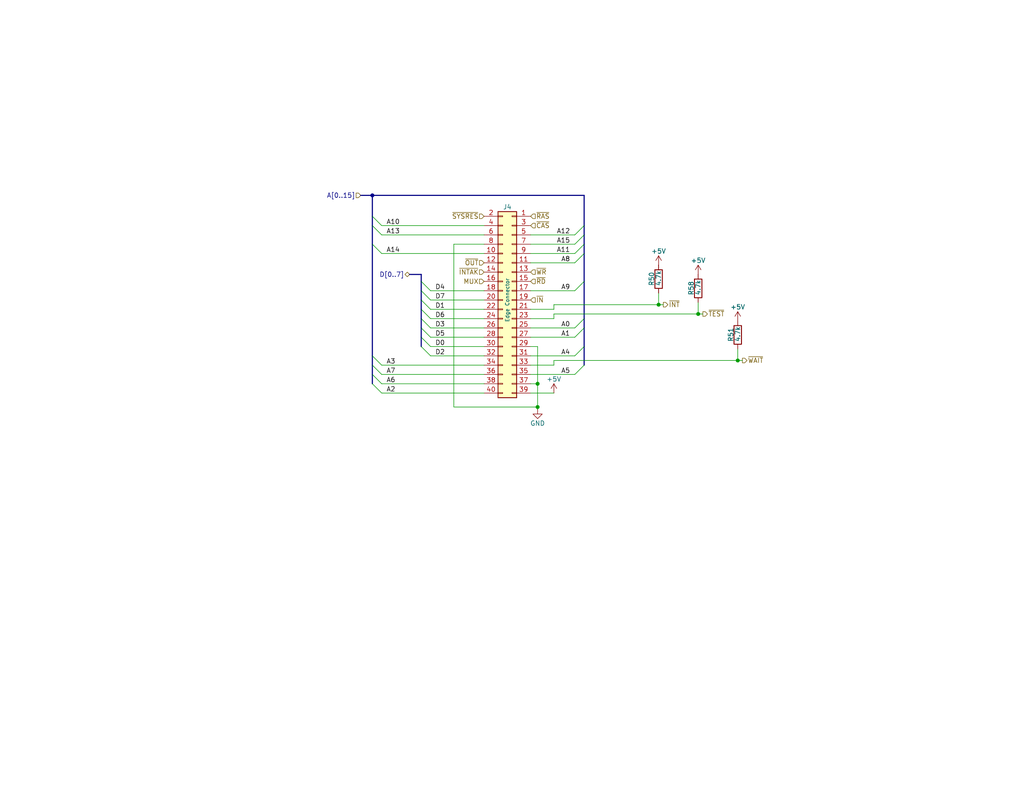
<source format=kicad_sch>
(kicad_sch (version 20231120) (generator "eeschema") (generator_version "8.0")
  (paper "USLetter")
  (title_block (title "TRS-80 Model I Rev A") (date "2024-11-20") (rev "E1A-A") (company "RetroStack - Marcel Erz") (comment 2 "Unbuffered system interface with pull-up circuity for inputs") (comment 4 "Card-Edge Interface"))
  (lib_symbols
    (symbol "Connector_Generic:Conn_02x20_Odd_Even" (pin_names (offset 1.016) hide)
      (property "Reference" "J" (at 1.27 25.4 0))
      (property "Value" "Conn_02x20_Odd_Even" (at 1.27 -27.94 0))
      (symbol "Conn_02x20_Odd_Even_1_1"
        (rectangle (start -1.27 -25.273) (end 0 -25.527) (stroke (width 0.1524)))
        (rectangle (start -1.27 -22.733) (end 0 -22.987) (stroke (width 0.1524)))
        (rectangle (start -1.27 -20.193) (end 0 -20.447) (stroke (width 0.1524)))
        (rectangle (start -1.27 -17.653) (end 0 -17.907) (stroke (width 0.1524)))
        (rectangle (start -1.27 -15.113) (end 0 -15.367) (stroke (width 0.1524)))
        (rectangle (start -1.27 -12.573) (end 0 -12.827) (stroke (width 0.1524)))
        (rectangle (start -1.27 -10.033) (end 0 -10.287) (stroke (width 0.1524)))
        (rectangle (start -1.27 -7.493) (end 0 -7.747) (stroke (width 0.1524)))
        (rectangle (start -1.27 -4.953) (end 0 -5.207) (stroke (width 0.1524)))
        (rectangle (start -1.27 -2.413) (end 0 -2.667) (stroke (width 0.1524)))
        (rectangle (start -1.27 0.127) (end 0 -0.127) (stroke (width 0.1524)))
        (rectangle (start -1.27 2.667) (end 0 2.413) (stroke (width 0.1524)))
        (rectangle (start -1.27 5.207) (end 0 4.953) (stroke (width 0.1524)))
        (rectangle (start -1.27 7.747) (end 0 7.493) (stroke (width 0.1524)))
        (rectangle (start -1.27 10.287) (end 0 10.033) (stroke (width 0.1524)))
        (rectangle (start -1.27 12.827) (end 0 12.573) (stroke (width 0.1524)))
        (rectangle (start -1.27 15.367) (end 0 15.113) (stroke (width 0.1524)))
        (rectangle (start -1.27 17.907) (end 0 17.653) (stroke (width 0.1524)))
        (rectangle (start -1.27 20.447) (end 0 20.193) (stroke (width 0.1524)))
        (rectangle (start -1.27 22.987) (end 0 22.733) (stroke (width 0.1524)))
        (rectangle (start -1.27 24.13) (end 3.81 -26.67) (stroke (width 0.254)) (fill (type background)))
        (rectangle (start 3.81 -25.273) (end 2.54 -25.527) (stroke (width 0.1524)))
        (rectangle (start 3.81 -22.733) (end 2.54 -22.987) (stroke (width 0.1524)))
        (rectangle (start 3.81 -20.193) (end 2.54 -20.447) (stroke (width 0.1524)))
        (rectangle (start 3.81 -17.653) (end 2.54 -17.907) (stroke (width 0.1524)))
        (rectangle (start 3.81 -15.113) (end 2.54 -15.367) (stroke (width 0.1524)))
        (rectangle (start 3.81 -12.573) (end 2.54 -12.827) (stroke (width 0.1524)))
        (rectangle (start 3.81 -10.033) (end 2.54 -10.287) (stroke (width 0.1524)))
        (rectangle (start 3.81 -7.493) (end 2.54 -7.747) (stroke (width 0.1524)))
        (rectangle (start 3.81 -4.953) (end 2.54 -5.207) (stroke (width 0.1524)))
        (rectangle (start 3.81 -2.413) (end 2.54 -2.667) (stroke (width 0.1524)))
        (rectangle (start 3.81 0.127) (end 2.54 -0.127) (stroke (width 0.1524)))
        (rectangle (start 3.81 2.667) (end 2.54 2.413) (stroke (width 0.1524)))
        (rectangle (start 3.81 5.207) (end 2.54 4.953) (stroke (width 0.1524)))
        (rectangle (start 3.81 7.747) (end 2.54 7.493) (stroke (width 0.1524)))
        (rectangle (start 3.81 10.287) (end 2.54 10.033) (stroke (width 0.1524)))
        (rectangle (start 3.81 12.827) (end 2.54 12.573) (stroke (width 0.1524)))
        (rectangle (start 3.81 15.367) (end 2.54 15.113) (stroke (width 0.1524)))
        (rectangle (start 3.81 17.907) (end 2.54 17.653) (stroke (width 0.1524)))
        (rectangle (start 3.81 20.447) (end 2.54 20.193) (stroke (width 0.1524)))
        (rectangle (start 3.81 22.987) (end 2.54 22.733) (stroke (width 0.1524)))
        (pin passive line (at -5.08 22.86 0) (length 3.81) (name "Pin_1") (number "1"))
        (pin passive line (at 7.62 12.7 180) (length 3.81) (name "Pin_10") (number "10"))
        (pin passive line (at -5.08 10.16 0) (length 3.81) (name "Pin_11") (number "11"))
        (pin passive line (at 7.62 10.16 180) (length 3.81) (name "Pin_12") (number "12"))
        (pin passive line (at -5.08 7.62 0) (length 3.81) (name "Pin_13") (number "13"))
        (pin passive line (at 7.62 7.62 180) (length 3.81) (name "Pin_14") (number "14"))
        (pin passive line (at -5.08 5.08 0) (length 3.81) (name "Pin_15") (number "15"))
        (pin passive line (at 7.62 5.08 180) (length 3.81) (name "Pin_16") (number "16"))
        (pin passive line (at -5.08 2.54 0) (length 3.81) (name "Pin_17") (number "17"))
        (pin passive line (at 7.62 2.54 180) (length 3.81) (name "Pin_18") (number "18"))
        (pin passive line (at -5.08 0 0) (length 3.81) (name "Pin_19") (number "19"))
        (pin passive line (at 7.62 22.86 180) (length 3.81) (name "Pin_2") (number "2"))
        (pin passive line (at 7.62 0 180) (length 3.81) (name "Pin_20") (number "20"))
        (pin passive line (at -5.08 -2.54 0) (length 3.81) (name "Pin_21") (number "21"))
        (pin passive line (at 7.62 -2.54 180) (length 3.81) (name "Pin_22") (number "22"))
        (pin passive line (at -5.08 -5.08 0) (length 3.81) (name "Pin_23") (number "23"))
        (pin passive line (at 7.62 -5.08 180) (length 3.81) (name "Pin_24") (number "24"))
        (pin passive line (at -5.08 -7.62 0) (length 3.81) (name "Pin_25") (number "25"))
        (pin passive line (at 7.62 -7.62 180) (length 3.81) (name "Pin_26") (number "26"))
        (pin passive line (at -5.08 -10.16 0) (length 3.81) (name "Pin_27") (number "27"))
        (pin passive line (at 7.62 -10.16 180) (length 3.81) (name "Pin_28") (number "28"))
        (pin passive line (at -5.08 -12.7 0) (length 3.81) (name "Pin_29") (number "29"))
        (pin passive line (at -5.08 20.32 0) (length 3.81) (name "Pin_3") (number "3"))
        (pin passive line (at 7.62 -12.7 180) (length 3.81) (name "Pin_30") (number "30"))
        (pin passive line (at -5.08 -15.24 0) (length 3.81) (name "Pin_31") (number "31"))
        (pin passive line (at 7.62 -15.24 180) (length 3.81) (name "Pin_32") (number "32"))
        (pin passive line (at -5.08 -17.78 0) (length 3.81) (name "Pin_33") (number "33"))
        (pin passive line (at 7.62 -17.78 180) (length 3.81) (name "Pin_34") (number "34"))
        (pin passive line (at -5.08 -20.32 0) (length 3.81) (name "Pin_35") (number "35"))
        (pin passive line (at 7.62 -20.32 180) (length 3.81) (name "Pin_36") (number "36"))
        (pin passive line (at -5.08 -22.86 0) (length 3.81) (name "Pin_37") (number "37"))
        (pin passive line (at 7.62 -22.86 180) (length 3.81) (name "Pin_38") (number "38"))
        (pin passive line (at -5.08 -25.4 0) (length 3.81) (name "Pin_39") (number "39"))
        (pin passive line (at 7.62 20.32 180) (length 3.81) (name "Pin_4") (number "4"))
        (pin passive line (at 7.62 -25.4 180) (length 3.81) (name "Pin_40") (number "40"))
        (pin passive line (at -5.08 17.78 0) (length 3.81) (name "Pin_5") (number "5"))
        (pin passive line (at 7.62 17.78 180) (length 3.81) (name "Pin_6") (number "6"))
        (pin passive line (at -5.08 15.24 0) (length 3.81) (name "Pin_7") (number "7"))
        (pin passive line (at 7.62 15.24 180) (length 3.81) (name "Pin_8") (number "8"))
        (pin passive line (at -5.08 12.7 0) (length 3.81) (name "Pin_9") (number "9"))
      )
    )
    (symbol "Device:R" (pin_numbers hide) (pin_names (offset 0))
      (property "Reference" "R" (at 2.032 0 90))
      (property "Value" "R" (at 0 0 90))
      (symbol "R_0_1"
        (rectangle (start -1.016 -2.54) (end 1.016 2.54) (stroke (width 0.254)))
      )
      (symbol "R_1_1"
        (pin passive line (at 0 3.81 270) (length 1.27) (name "~") (number "1"))
        (pin passive line (at 0 -3.81 90) (length 1.27) (name "~") (number "2"))
      )
    )
    (symbol "power:+5V" (power) (pin_numbers hide) (pin_names (offset 0) hide)
      (property "Value" "+5V" (at 0 3.556 0))
      (symbol "+5V_0_1"
        (polyline (pts (xy -0.762 1.27) (xy 0 2.54)))
        (polyline (pts (xy 0 0) (xy 0 2.54)))
        (polyline (pts (xy 0 2.54) (xy 0.762 1.27)))
      )
      (symbol "+5V_1_1"
        (pin power_in line (at 0 0 90) (length 0) (name "~") (number "1"))
      )
    )
    (symbol "power:GND" (power) (pin_numbers hide) (pin_names (offset 0) hide)
      (property "Value" "GND" (at 0 -3.81 0))
      (symbol "GND_0_1"
        (polyline (pts (xy 0 0) (xy 0 -1.27) (xy 1.27 -1.27) (xy 0 -2.54) (xy -1.27 -1.27) (xy 0 -1.27)))
      )
      (symbol "GND_1_1"
        (pin power_in line (at 0 0 270) (length 0) (name "~") (number "1"))
      )
    )
  )
  (junction (at 190.5 85.725))
  (junction (at 101.6 53.34))
  (junction (at 179.705 83.185))
  (junction (at 146.685 104.775))
  (junction (at 201.295 98.425))
  (junction (at 146.685 111.125))
  (bus_entry (at 117.475 89.535) (size -2.54 -2.54))
  (bus_entry (at 156.845 64.135) (size 2.54 -2.54))
  (bus_entry (at 156.845 66.675) (size 2.54 -2.54))
  (bus_entry (at 104.14 107.315) (size -2.54 -2.54))
  (bus_entry (at 104.14 99.695) (size -2.54 -2.54))
  (bus_entry (at 117.475 79.375) (size -2.54 -2.54))
  (bus_entry (at 104.14 69.215) (size -2.54 -2.54))
  (bus_entry (at 156.845 69.215) (size 2.54 -2.54))
  (bus_entry (at 117.475 97.155) (size -2.54 -2.54))
  (bus_entry (at 104.14 61.595) (size -2.54 -2.54))
  (bus_entry (at 117.475 92.075) (size -2.54 -2.54))
  (bus_entry (at 156.845 102.235) (size 2.54 -2.54))
  (bus_entry (at 104.14 64.135) (size -2.54 -2.54))
  (bus_entry (at 156.845 79.375) (size 2.54 -2.54))
  (bus_entry (at 104.14 104.775) (size -2.54 -2.54))
  (bus_entry (at 156.845 89.535) (size 2.54 -2.54))
  (bus_entry (at 117.475 86.995) (size -2.54 -2.54))
  (bus_entry (at 156.845 71.755) (size 2.54 -2.54))
  (bus_entry (at 104.14 102.235) (size -2.54 -2.54))
  (bus_entry (at 117.475 84.455) (size -2.54 -2.54))
  (bus_entry (at 117.475 94.615) (size -2.54 -2.54))
  (bus_entry (at 156.845 92.075) (size 2.54 -2.54))
  (bus_entry (at 156.845 97.155) (size 2.54 -2.54))
  (bus_entry (at 117.475 81.915) (size -2.54 -2.54))
  (wire (pts (xy 117.475 81.915) (xy 132.08 81.915)))
  (bus (pts (xy 114.935 86.995) (xy 114.935 89.535)))
  (wire (pts (xy 179.705 83.185) (xy 180.975 83.185)))
  (bus (pts (xy 159.385 69.215) (xy 159.385 76.835)))
  (wire (pts (xy 146.685 94.615) (xy 146.685 104.775)))
  (wire (pts (xy 146.685 104.775) (xy 146.685 111.125)))
  (wire (pts (xy 151.13 99.695) (xy 151.13 98.425)))
  (bus (pts (xy 159.385 53.34) (xy 159.385 61.595)))
  (wire (pts (xy 151.13 98.425) (xy 201.295 98.425)))
  (wire (pts (xy 144.78 79.375) (xy 156.845 79.375)))
  (bus (pts (xy 111.76 74.93) (xy 114.935 74.93)))
  (wire (pts (xy 104.14 102.235) (xy 132.08 102.235)))
  (wire (pts (xy 117.475 97.155) (xy 132.08 97.155)))
  (wire (pts (xy 104.14 104.775) (xy 132.08 104.775)))
  (wire (pts (xy 104.14 107.315) (xy 132.08 107.315)))
  (bus (pts (xy 159.385 86.995) (xy 159.385 89.535)))
  (wire (pts (xy 144.78 97.155) (xy 156.845 97.155)))
  (bus (pts (xy 114.935 89.535) (xy 114.935 92.075)))
  (wire (pts (xy 146.685 111.125) (xy 146.685 111.76)))
  (bus (pts (xy 101.6 66.675) (xy 101.6 97.155)))
  (bus (pts (xy 114.935 79.375) (xy 114.935 81.915)))
  (wire (pts (xy 144.78 102.235) (xy 156.845 102.235)))
  (bus (pts (xy 114.935 92.075) (xy 114.935 94.615)))
  (bus (pts (xy 101.6 99.695) (xy 101.6 102.235)))
  (wire (pts (xy 151.13 83.185) (xy 151.13 84.455)))
  (wire (pts (xy 146.685 111.125) (xy 123.825 111.125)))
  (wire (pts (xy 144.78 69.215) (xy 156.845 69.215)))
  (wire (pts (xy 179.705 83.185) (xy 179.705 80.01)))
  (bus (pts (xy 101.6 102.235) (xy 101.6 104.775)))
  (wire (pts (xy 144.78 99.695) (xy 151.13 99.695)))
  (wire (pts (xy 144.78 71.755) (xy 156.845 71.755)))
  (wire (pts (xy 144.78 104.775) (xy 146.685 104.775)))
  (wire (pts (xy 190.5 85.725) (xy 190.5 82.55)))
  (wire (pts (xy 144.78 64.135) (xy 156.845 64.135)))
  (wire (pts (xy 117.475 92.075) (xy 132.08 92.075)))
  (wire (pts (xy 151.13 83.185) (xy 179.705 83.185)))
  (wire (pts (xy 190.5 85.725) (xy 191.77 85.725)))
  (wire (pts (xy 104.14 64.135) (xy 132.08 64.135)))
  (bus (pts (xy 114.935 76.835) (xy 114.935 79.375)))
  (bus (pts (xy 159.385 89.535) (xy 159.385 94.615)))
  (wire (pts (xy 144.78 66.675) (xy 156.845 66.675)))
  (bus (pts (xy 101.6 53.34) (xy 101.6 59.055)))
  (wire (pts (xy 201.295 98.425) (xy 201.295 95.25)))
  (bus (pts (xy 159.385 94.615) (xy 159.385 99.695)))
  (bus (pts (xy 114.935 74.93) (xy 114.935 76.835)))
  (wire (pts (xy 104.14 99.695) (xy 132.08 99.695)))
  (bus (pts (xy 98.425 53.34) (xy 101.6 53.34)))
  (bus (pts (xy 114.935 81.915) (xy 114.935 84.455)))
  (wire (pts (xy 117.475 84.455) (xy 132.08 84.455)))
  (bus (pts (xy 159.385 53.34) (xy 101.6 53.34)))
  (wire (pts (xy 151.13 85.725) (xy 190.5 85.725)))
  (wire (pts (xy 144.78 107.315) (xy 151.13 107.315)))
  (bus (pts (xy 101.6 61.595) (xy 101.6 66.675)))
  (bus (pts (xy 101.6 97.155) (xy 101.6 99.695)))
  (bus (pts (xy 101.6 59.055) (xy 101.6 61.595)))
  (wire (pts (xy 104.14 69.215) (xy 132.08 69.215)))
  (wire (pts (xy 144.78 89.535) (xy 156.845 89.535)))
  (wire (pts (xy 132.08 66.675) (xy 123.825 66.675)))
  (bus (pts (xy 159.385 64.135) (xy 159.385 66.675)))
  (wire (pts (xy 117.475 94.615) (xy 132.08 94.615)))
  (wire (pts (xy 151.13 86.995) (xy 151.13 85.725)))
  (bus (pts (xy 159.385 61.595) (xy 159.385 64.135)))
  (bus (pts (xy 159.385 66.675) (xy 159.385 69.215)))
  (bus (pts (xy 159.385 76.835) (xy 159.385 86.995)))
  (wire (pts (xy 117.475 86.995) (xy 132.08 86.995)))
  (wire (pts (xy 104.14 61.595) (xy 132.08 61.595)))
  (wire (pts (xy 144.78 92.075) (xy 156.845 92.075)))
  (wire (pts (xy 151.13 84.455) (xy 144.78 84.455)))
  (wire (pts (xy 123.825 66.675) (xy 123.825 111.125)))
  (wire (pts (xy 117.475 89.535) (xy 132.08 89.535)))
  (wire (pts (xy 117.475 79.375) (xy 132.08 79.375)))
  (wire (pts (xy 201.295 98.425) (xy 202.565 98.425)))
  (bus (pts (xy 114.935 84.455) (xy 114.935 86.995)))
  (wire (pts (xy 144.78 86.995) (xy 151.13 86.995)))
  (wire (pts (xy 144.78 94.615) (xy 146.685 94.615)))
  (label "A2" (at 105.41 107.315 0))
  (label "D6" (at 118.745 86.995 0))
  (label "D5" (at 118.745 92.075 0))
  (label "A0" (at 155.575 89.535 180))
  (label "A5" (at 155.575 102.235 180))
  (label "D2" (at 118.745 97.155 0))
  (label "A11" (at 155.575 69.215 180))
  (label "A4" (at 155.575 97.155 180))
  (label "A9" (at 155.575 79.375 180))
  (label "A7" (at 105.41 102.235 0))
  (label "A12" (at 155.575 64.135 180))
  (label "D0" (at 118.745 94.615 0))
  (label "A8" (at 155.575 71.755 180))
  (label "A14" (at 105.41 69.215 0))
  (label "D4" (at 118.745 79.375 0))
  (label "A13" (at 105.41 64.135 0))
  (label "A10" (at 105.41 61.595 0))
  (label "D7" (at 118.745 81.915 0))
  (label "A6" (at 105.41 104.775 0))
  (label "D1" (at 118.745 84.455 0))
  (label "A1" (at 155.575 92.075 180))
  (label "D3" (at 118.745 89.535 0))
  (label "A15" (at 155.575 66.675 180))
  (label "A3" (at 105.41 99.695 0))
  (hierarchical_label "~{TEST}" (shape output) (at 191.77 85.725 0))
  (hierarchical_label "~{WR}" (shape input) (at 144.78 74.295 0))
  (hierarchical_label "~{RD}" (shape input) (at 144.78 76.835 0))
  (hierarchical_label "~{WAIT}" (shape output) (at 202.565 98.425 0))
  (hierarchical_label "A[0..15]" (shape input) (at 98.425 53.34 180))
  (hierarchical_label "~{INT}" (shape output) (at 180.975 83.185 0))
  (hierarchical_label "~{CAS}" (shape input) (at 144.78 61.595 0))
  (hierarchical_label "~{IN}" (shape input) (at 144.78 81.915 0))
  (hierarchical_label "~{OUT}" (shape input) (at 132.08 71.755 180))
  (hierarchical_label "~{RAS}" (shape input) (at 144.78 59.055 0))
  (hierarchical_label "MUX" (shape input) (at 132.08 76.835 180))
  (hierarchical_label "D[0..7]" (shape bidirectional) (at 111.76 74.93 180))
  (hierarchical_label "~{INTAK}" (shape input) (at 132.08 74.295 180))
  (hierarchical_label "~{SYSRES}" (shape input) (at 132.08 59.055 180))
  (symbol (lib_id "power:+5V") (at 190.5 74.93 0) (unit 1)
    (property "Reference" "#PWR07" (effects (hide yes)))
    (property "Value" "+5V" (at 190.5 71.12 0))
    (property "Description" "Power symbol creates a global label with name \"+5V\"" (effects (hide yes)))
  )
  (symbol (lib_id "Device:R") (at 190.5 78.74 0) (unit 1)
    (property "Reference" "R58" (at 188.595 80.645 90) (effects (justify left)))
    (property "Value" "4.7k" (at 190.5 80.645 90) (effects (justify left)))
    (property "Footprint" "RetroStackLibrary:TRS80_Model_I_R_0.25W" (effects (hide yes)))
  )
  (symbol (lib_id "power:+5V") (at 151.13 107.315 0) (unit 1)
    (property "Reference" "#PWR084" (effects (hide yes)))
    (property "Value" "+5V" (at 151.13 103.505 0))
    (property "Description" "Power symbol creates a global label with name \"+5V\"" (effects (hide yes)))
  )
  (symbol (lib_id "power:GND") (at 146.685 111.76 0) (unit 1)
    (property "Reference" "#PWR033" (effects (hide yes)))
    (property "Value" "GND" (at 146.685 115.57 0))
    (property "Description" "Power symbol creates a global label with name \"GND\" , ground" (effects (hide yes)))
  )
  (symbol (lib_id "Connector_Generic:Conn_02x20_Odd_Even") (at 139.7 81.915 0) (mirror y) (unit 1)
    (property "Reference" "J4" (at 138.43 56.515 0))
    (property "Value" "Edge Connector" (at 138.43 81.915 90) (effects (font (size 1 1))))
    (property "Footprint" "RetroStackLibrary:TRS80_Model_I_Edge_Connector" (effects (hide yes)))
  )
  (symbol (lib_id "power:+5V") (at 201.295 87.63 0) (unit 1)
    (property "Reference" "#PWR018" (effects (hide yes)))
    (property "Value" "+5V" (at 201.295 83.82 0))
    (property "Description" "Power symbol creates a global label with name \"+5V\"" (effects (hide yes)))
  )
  (symbol (lib_id "power:+5V") (at 179.705 72.39 0) (unit 1)
    (property "Reference" "#PWR06" (effects (hide yes)))
    (property "Value" "+5V" (at 179.705 68.58 0))
    (property "Description" "Power symbol creates a global label with name \"+5V\"" (effects (hide yes)))
  )
  (symbol (lib_id "Device:R") (at 201.295 91.44 0) (unit 1)
    (property "Reference" "R51" (at 199.39 93.345 90) (effects (justify left)))
    (property "Value" "4.7k" (at 201.295 93.345 90) (effects (justify left)))
    (property "Footprint" "RetroStackLibrary:TRS80_Model_I_R_0.25W" (effects (hide yes)))
  )
  (symbol (lib_id "Device:R") (at 179.705 76.2 0) (unit 1)
    (property "Reference" "R50" (at 177.8 78.105 90) (effects (justify left)))
    (property "Value" "4.7k" (at 179.705 78.105 90) (effects (justify left)))
    (property "Footprint" "RetroStackLibrary:TRS80_Model_I_R_0.25W" (effects (hide yes)))
  )
)
</source>
